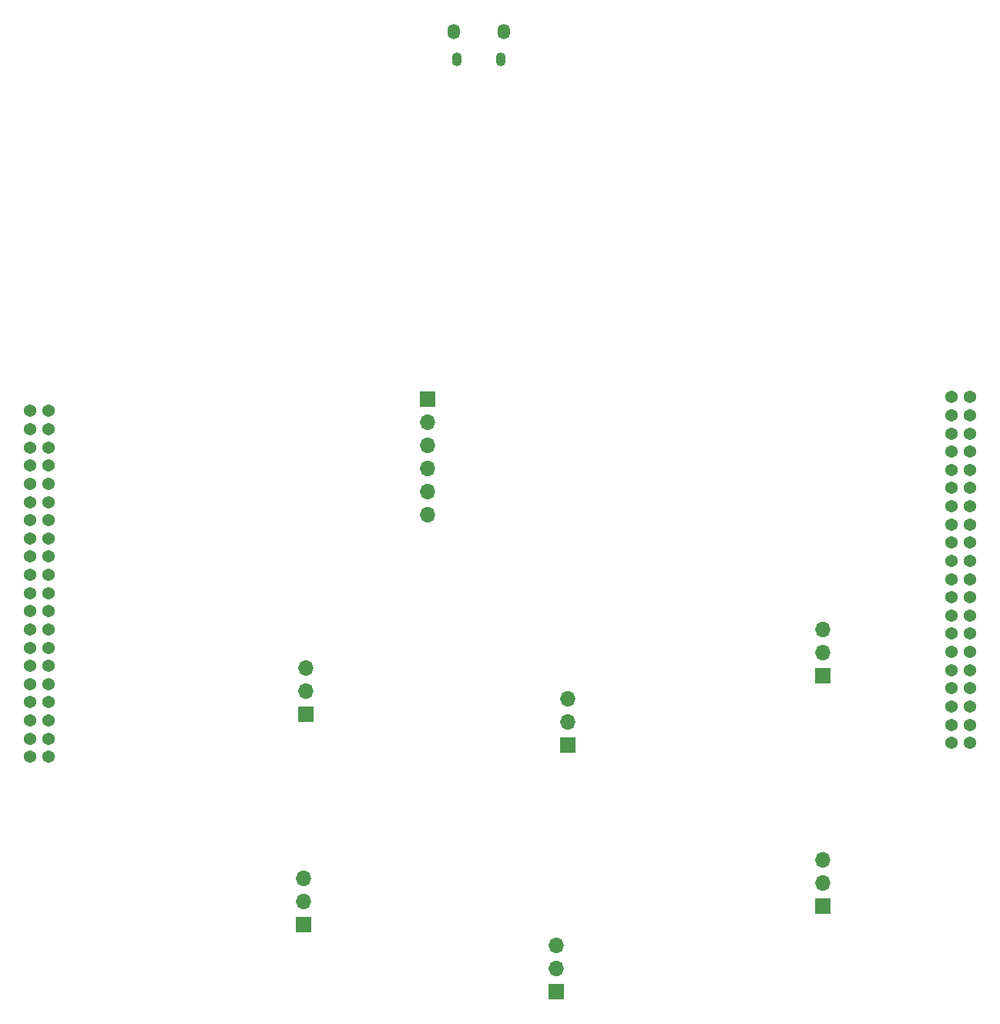
<source format=gbr>
%TF.GenerationSoftware,KiCad,Pcbnew,7.0.7*%
%TF.CreationDate,2024-02-25T10:58:23-08:00*%
%TF.ProjectId,Core-board 2,436f7265-2d62-46f6-9172-6420322e6b69,rev?*%
%TF.SameCoordinates,Original*%
%TF.FileFunction,Soldermask,Bot*%
%TF.FilePolarity,Negative*%
%FSLAX46Y46*%
G04 Gerber Fmt 4.6, Leading zero omitted, Abs format (unit mm)*
G04 Created by KiCad (PCBNEW 7.0.7) date 2024-02-25 10:58:23*
%MOMM*%
%LPD*%
G01*
G04 APERTURE LIST*
%ADD10R,1.700000X1.700000*%
%ADD11O,1.700000X1.700000*%
%ADD12O,1.350000X1.700000*%
%ADD13O,1.100000X1.500000*%
%ADD14C,1.371600*%
G04 APERTURE END LIST*
D10*
%TO.C,J9*%
X137782500Y-110465000D03*
D11*
X137782500Y-107925000D03*
X137782500Y-105385000D03*
%TD*%
D10*
%TO.C,J8*%
X165785000Y-102900000D03*
D11*
X165785000Y-100360000D03*
X165785000Y-97820000D03*
%TD*%
D12*
%TO.C,J3*%
X130680000Y-32120000D03*
D13*
X130370000Y-35120000D03*
X125530000Y-35120000D03*
D12*
X125220000Y-32120000D03*
%TD*%
D14*
%TO.C,J1*%
X78650000Y-73800000D03*
X80650000Y-73800000D03*
X78650000Y-75800000D03*
X80650000Y-75800000D03*
X78650000Y-77800000D03*
X80650000Y-77800000D03*
X78650000Y-79800000D03*
X80650000Y-79800000D03*
X78650000Y-81800000D03*
X80650000Y-81800000D03*
X78650000Y-83800000D03*
X80650000Y-83800000D03*
X78650000Y-85800000D03*
X80650000Y-85800000D03*
X78650000Y-87800000D03*
X80650000Y-87800000D03*
X78650000Y-89800000D03*
X80650000Y-89800000D03*
X78650000Y-91800000D03*
X80650000Y-91800000D03*
X78650000Y-93800000D03*
X80650000Y-93800000D03*
X78650000Y-95800000D03*
X80650000Y-95800000D03*
X78650000Y-97800000D03*
X80650000Y-97800000D03*
X78650000Y-99800000D03*
X80650000Y-99800000D03*
X78650000Y-101800000D03*
X80650000Y-101800000D03*
X78650000Y-103800000D03*
X80650000Y-103800000D03*
X78650000Y-105799900D03*
X80650000Y-105799900D03*
X78650000Y-107799900D03*
X80650000Y-107799900D03*
X78650000Y-109799900D03*
X80650000Y-109799900D03*
X78650000Y-111799900D03*
X80650000Y-111799900D03*
X179920000Y-72263169D03*
X181920000Y-72263169D03*
X179920000Y-74263169D03*
X181920000Y-74263169D03*
X179920000Y-76263169D03*
X181920000Y-76263169D03*
X179920000Y-78263169D03*
X181920000Y-78263169D03*
X179920000Y-80263069D03*
X181920000Y-80263069D03*
X179920000Y-82263069D03*
X181920000Y-82263069D03*
X179920000Y-84263069D03*
X181920000Y-84263069D03*
X179920000Y-86263069D03*
X181920000Y-86263069D03*
X179920000Y-88263069D03*
X181920000Y-88263069D03*
X179920000Y-90263069D03*
X181920000Y-90263069D03*
X179920000Y-92263069D03*
X181920000Y-92263069D03*
X179920000Y-94263069D03*
X181920000Y-94263069D03*
X179920000Y-96263069D03*
X181920000Y-96263069D03*
X179920000Y-98263069D03*
X181920000Y-98263069D03*
X179920000Y-100263069D03*
X181920000Y-100263069D03*
X179920000Y-102263069D03*
X181920000Y-102263069D03*
X179920000Y-104263069D03*
X181920000Y-104263069D03*
X179920000Y-106263069D03*
X181920000Y-106263069D03*
X179920000Y-108263069D03*
X181920000Y-108263069D03*
X179920000Y-110263069D03*
X181920000Y-110263069D03*
%TD*%
D10*
%TO.C,J5*%
X108957500Y-107092000D03*
D11*
X108957500Y-104552000D03*
X108957500Y-102012000D03*
%TD*%
D10*
%TO.C,J7*%
X136490000Y-137625000D03*
D11*
X136490000Y-135085000D03*
X136490000Y-132545000D03*
%TD*%
D10*
%TO.C,J4*%
X122300000Y-72450000D03*
D11*
X122300000Y-74990000D03*
X122300000Y-77530000D03*
X122300000Y-80070000D03*
X122300000Y-82610000D03*
X122300000Y-85150000D03*
%TD*%
D10*
%TO.C,J2*%
X165765000Y-128240000D03*
D11*
X165765000Y-125700000D03*
X165765000Y-123160000D03*
%TD*%
D10*
%TO.C,J6*%
X108725000Y-130265000D03*
D11*
X108725000Y-127725000D03*
X108725000Y-125185000D03*
%TD*%
M02*

</source>
